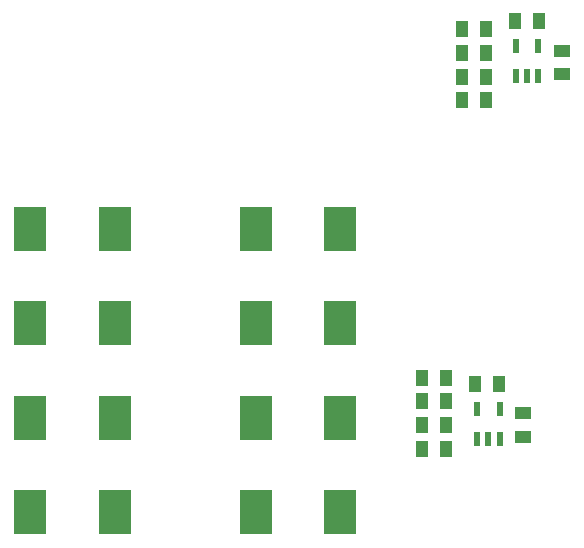
<source format=gbp>
G04*
G04 #@! TF.GenerationSoftware,Altium Limited,Altium Designer,20.0.13 (296)*
G04*
G04 Layer_Color=128*
%FSLAX44Y44*%
%MOMM*%
G71*
G01*
G75*
%ADD15R,1.4000X1.0000*%
%ADD44R,2.7940X3.8100*%
%ADD45R,1.0000X1.4000*%
%ADD46R,0.5900X1.2100*%
D15*
X956000Y861000D02*
D03*
Y841000D02*
D03*
X923000Y554000D02*
D03*
Y534000D02*
D03*
D44*
X697315Y470000D02*
D03*
X768685D02*
D03*
X697315Y550000D02*
D03*
X768685D02*
D03*
X697315Y630000D02*
D03*
X768685D02*
D03*
X697315Y710000D02*
D03*
X768685D02*
D03*
X506315Y470000D02*
D03*
X577685D02*
D03*
X506315Y550000D02*
D03*
X577685D02*
D03*
X506315Y630000D02*
D03*
X577685D02*
D03*
X506315Y710000D02*
D03*
X577685D02*
D03*
D45*
X937000Y886000D02*
D03*
X917000D02*
D03*
X872000Y819000D02*
D03*
X892000D02*
D03*
Y839000D02*
D03*
X872000D02*
D03*
Y859000D02*
D03*
X892000D02*
D03*
X892000Y879000D02*
D03*
X872000D02*
D03*
X858000Y584000D02*
D03*
X838000D02*
D03*
Y564000D02*
D03*
X858000D02*
D03*
Y544000D02*
D03*
X838000D02*
D03*
Y524000D02*
D03*
X858000D02*
D03*
X903000Y579000D02*
D03*
X883000D02*
D03*
D46*
X936500Y839450D02*
D03*
X927000D02*
D03*
X917500D02*
D03*
Y864550D02*
D03*
X936500D02*
D03*
X903500Y532450D02*
D03*
X894000D02*
D03*
X884500D02*
D03*
Y557550D02*
D03*
X903500D02*
D03*
M02*

</source>
